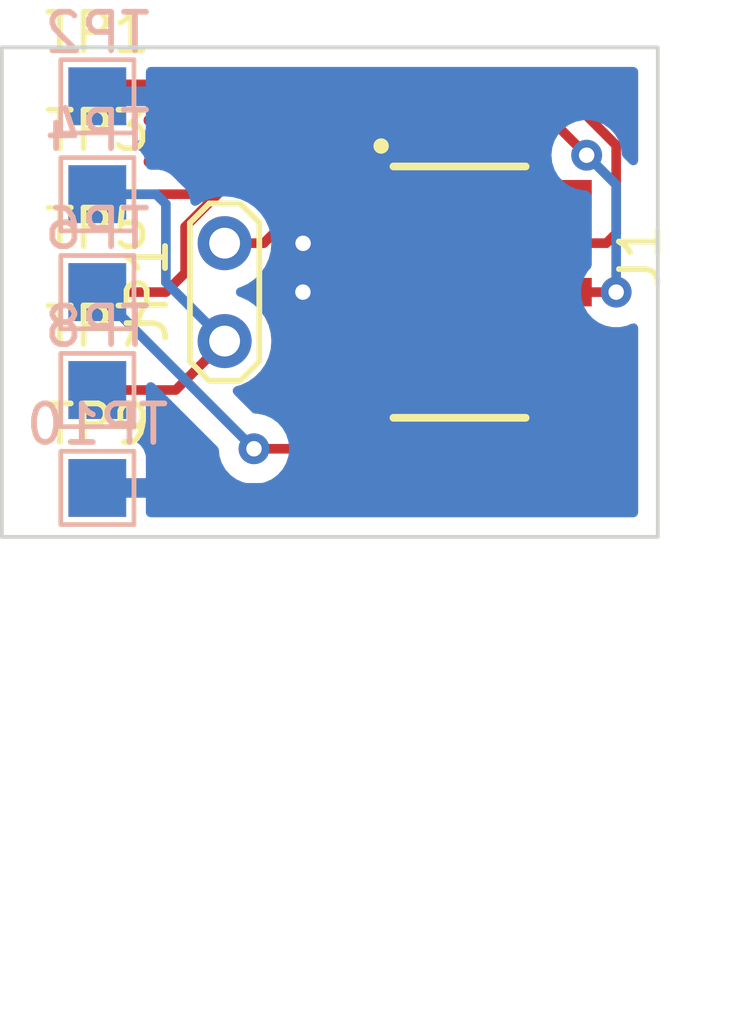
<source format=kicad_pcb>
(kicad_pcb (version 20211014) (generator pcbnew)
  (layers (0 "F.Cu" signal) (31 "B.Cu" signal) (38 "B.Mask" user) (39 "F.Mask" user) (44 "Edge.Cuts" user))
  (net 0 "")
  (net 1 "Net-(J1-Pad01)")
  (net 2 "Net-(TP5-Pad1)")
  (net 3 "Net-(TP1-Pad1)")
  (net 4 "Net-(TP3-Pad1)")
  (net 6 "Net-(TP9-Pad1)")
  (net 8 "Net-(TP6-Pad1)")
  (net 9 "Net-(TP7-Pad1)")
  (net 11 "/GND")
  (footprint "TestPoint:TestPoint_Pad_1.5x1.5mm" (layer "F.Cu") (at 133.096 69.596)
    (fp_text reference "TP9" (at 0 -1.648) (layer "F.SilkS"))
    (fp_text value "TDI")
    (fp_line (start -0.95 -0.95) (end 0.95 -0.95) (layer "F.SilkS") (width 0.12))
    (fp_line (start 0.95 -0.95) (end 0.95 0.95) (layer "F.SilkS") (width 0.12))
    (fp_line (start 0.95 0.95) (end -0.95 0.95) (layer "F.SilkS") (width 0.12))
    (fp_line (start -0.95 0.95) (end -0.95 -0.95) (layer "F.SilkS") (width 0.12))
    (pad "1" smd rect (at 0 0) (size 1.5 1.5) (layers "F.Cu" "F.Mask") (net 6 "Net-(TP9-Pad1)"))
  )
  (footprint "TestPoint:TestPoint_Pad_1.5x1.5mm" (layer "F.Cu") (at 133.096 64.516)
    (fp_text reference "TP5" (at 0 -1.648) (layer "F.SilkS"))
    (fp_text value "TMS")
    (fp_line (start 0.95 0.95) (end -0.95 0.95) (layer "F.SilkS") (width 0.12))
    (fp_line (start -0.95 0.95) (end -0.95 -0.95) (layer "F.SilkS") (width 0.12))
    (fp_line (start 0.95 -0.95) (end 0.95 0.95) (layer "F.SilkS") (width 0.12))
    (fp_line (start -0.95 -0.95) (end 0.95 -0.95) (layer "F.SilkS") (width 0.12))
    (pad "1" smd rect (at 0 0) (size 1.5 1.5) (layers "F.Cu" "F.Mask") (net 2 "Net-(TP5-Pad1)"))
  )
  (footprint "TestPoint:TestPoint_2Pads_Pitch2.54mm_Drill0.8mm" (layer "F.Cu") (at 136.398 65.786 90)
    (fp_text reference "JP1" (at 1.3 -2 90) (layer "F.SilkS"))
    (fp_text value "Jumper_2_Open")
    (fp_line (start -1.03 0.4) (end -1.03 -0.4) (layer "F.SilkS") (width 0.15))
    (fp_line (start 3.57 0.4) (end 3.07 0.9) (layer "F.SilkS") (width 0.15))
    (fp_line (start 3.07 -0.9) (end 3.57 -0.4) (layer "F.SilkS") (width 0.15))
    (fp_line (start -0.53 -0.9) (end 3.07 -0.9) (layer "F.SilkS") (width 0.15))
    (fp_line (start 3.07 0.9) (end -0.53 0.9) (layer "F.SilkS") (width 0.15))
    (fp_line (start 3.57 -0.4) (end 3.57 0.4) (layer "F.SilkS") (width 0.15))
    (fp_line (start -0.53 0.9) (end -1.03 0.4) (layer "F.SilkS") (width 0.15))
    (fp_line (start -1.03 -0.4) (end -0.53 -0.9) (layer "F.SilkS") (width 0.15))
    (pad "1" thru_hole circle (at 0 0 90) (size 1.4 1.4) (drill 0.8) (layers *.Cu *.Mask) (net 9 "Net-(TP7-Pad1)"))
    (pad "2" thru_hole circle (at 2.54 0 90) (size 1.4 1.4) (drill 0.8) (layers *.Cu *.Mask) (net 1 "Net-(J1-Pad01)"))
  )
  (footprint "FTSH-105-XX-X-DV:SAMTEC_FTSH-105-XX-X-DV" (layer "F.Cu") (at 142.494 64.516 -90)
    (fp_text reference "J1" (at -0.931 -4.681 -90) (layer "F.SilkS"))
    (fp_text value "FTSH-105-XX-X-DV")
    (fp_line (start -3.26 -1.715) (end -3.26 1.715) (layer "F.SilkS") (width 0.2))
    (fp_line (start 3.26 1.715) (end 3.26 -1.715) (layer "F.SilkS") (width 0.2))
    (fp_circle (center -3.79 2.035) (end -3.69 2.035) (layer "F.SilkS") (width 0.2) (fill none))
    (pad "01" smd rect (at -2.54 2.035 270) (size 0.74 2.79) (layers "F.Cu" "F.Paste" "F.Mask") (net 1 "Net-(J1-Pad01)"))
    (pad "02" smd rect (at -2.54 -2.035 270) (size 0.74 2.79) (layers "F.Cu" "F.Paste" "F.Mask") (net 2 "Net-(TP5-Pad1)"))
    (pad "03" smd rect (at -1.27 2.035 270) (size 0.74 2.79) (layers "F.Cu" "F.Paste" "F.Mask") (net 11 "/GND"))
    (pad "04" smd rect (at -1.27 -2.035 270) (size 0.74 2.79) (layers "F.Cu" "F.Paste" "F.Mask") (net 3 "Net-(TP1-Pad1)"))
    (pad "05" smd rect (at 0 2.035 270) (size 0.74 2.79) (layers "F.Cu" "F.Paste" "F.Mask") (net 11 "/GND"))
    (pad "06" smd rect (at 0 -2.035 270) (size 0.74 2.79) (layers "F.Cu" "F.Paste" "F.Mask") (net 4 "Net-(TP3-Pad1)"))
    (pad "07" smd rect (at 1.27 2.035 270) (size 0.74 2.79) (layers "F.Cu" "F.Paste" "F.Mask"))
    (pad "08" smd rect (at 1.27 -2.035 270) (size 0.74 2.79) (layers "F.Cu" "F.Paste" "F.Mask") (net 6 "Net-(TP9-Pad1)"))
    (pad "09" smd rect (at 2.54 2.035 270) (size 0.74 2.79) (layers "F.Cu" "F.Paste" "F.Mask"))
    (pad "10" smd rect (at 2.54 -2.035 270) (size 0.74 2.79) (layers "F.Cu" "F.Paste" "F.Mask") (net 8 "Net-(TP6-Pad1)"))
  )
  (footprint "TestPoint:TestPoint_Pad_1.5x1.5mm" (layer "F.Cu") (at 133.096 61.976)
    (fp_text reference "TP3" (at 0 -1.648) (layer "F.SilkS"))
    (fp_text value "TDO")
    (fp_line (start 0.95 -0.95) (end 0.95 0.95) (layer "F.SilkS") (width 0.12))
    (fp_line (start -0.95 0.95) (end -0.95 -0.95) (layer "F.SilkS") (width 0.12))
    (fp_line (start -0.95 -0.95) (end 0.95 -0.95) (layer "F.SilkS") (width 0.12))
    (fp_line (start 0.95 0.95) (end -0.95 0.95) (layer "F.SilkS") (width 0.12))
    (pad "1" smd rect (at 0 0) (size 1.5 1.5) (layers "F.Cu" "F.Mask") (net 4 "Net-(TP3-Pad1)"))
  )
  (footprint "TestPoint:TestPoint_Pad_1.5x1.5mm" (layer "F.Cu") (at 133.096 59.436)
    (fp_text reference "TP1" (at 0 -1.648) (layer "F.SilkS"))
    (fp_text value "TCK")
    (fp_line (start 0.95 -0.95) (end 0.95 0.95) (layer "F.SilkS") (width 0.12))
    (fp_line (start -0.95 -0.95) (end 0.95 -0.95) (layer "F.SilkS") (width 0.12))
    (fp_line (start -0.95 0.95) (end -0.95 -0.95) (layer "F.SilkS") (width 0.12))
    (fp_line (start 0.95 0.95) (end -0.95 0.95) (layer "F.SilkS") (width 0.12))
    (pad "1" smd rect (at 0 0) (size 1.5 1.5) (layers "F.Cu" "F.Mask") (net 3 "Net-(TP1-Pad1)"))
  )
  (footprint "TestPoint:TestPoint_Pad_1.5x1.5mm" (layer "F.Cu") (at 133.096 67.056)
    (fp_text reference "TP7" (at 0 -1.648) (layer "F.SilkS"))
    (fp_text value "VCC")
    (fp_line (start 0.95 0.95) (end -0.95 0.95) (layer "F.SilkS") (width 0.12))
    (fp_line (start -0.95 0.95) (end -0.95 -0.95) (layer "F.SilkS") (width 0.12))
    (fp_line (start 0.95 -0.95) (end 0.95 0.95) (layer "F.SilkS") (width 0.12))
    (fp_line (start -0.95 -0.95) (end 0.95 -0.95) (layer "F.SilkS") (width 0.12))
    (pad "1" smd rect (at 0 0) (size 1.5 1.5) (layers "F.Cu" "F.Mask") (net 9 "Net-(TP7-Pad1)"))
  )
  (footprint "TestPoint:TestPoint_Pad_1.5x1.5mm" (layer "B.Cu") (at 133.096 61.976 180)
    (fp_text reference "TP4" (at 0 1.648) (layer "B.SilkS") (effects (justify mirror)))
    (fp_text value "VCC")
    (fp_line (start 0.95 -0.95) (end -0.95 -0.95) (layer "B.SilkS") (width 0.12))
    (fp_line (start -0.95 0.95) (end 0.95 0.95) (layer "B.SilkS") (width 0.12))
    (fp_line (start 0.95 0.95) (end 0.95 -0.95) (layer "B.SilkS") (width 0.12))
    (fp_line (start -0.95 -0.95) (end -0.95 0.95) (layer "B.SilkS") (width 0.12))
    (pad "1" smd rect (at 0 0 180) (size 1.5 1.5) (layers "B.Cu" "B.Mask") (net 9 "Net-(TP7-Pad1)"))
  )
  (footprint "TestPoint:TestPoint_Pad_1.5x1.5mm" (layer "B.Cu") (at 133.096 64.516 180)
    (fp_text reference "TP6" (at 0 1.648) (layer "B.SilkS") (effects (justify mirror)))
    (fp_text value "RESET")
    (fp_line (start 0.95 -0.95) (end -0.95 -0.95) (layer "B.SilkS") (width 0.12))
    (fp_line (start -0.95 0.95) (end 0.95 0.95) (layer "B.SilkS") (width 0.12))
    (fp_line (start -0.95 -0.95) (end -0.95 0.95) (layer "B.SilkS") (width 0.12))
    (fp_line (start 0.95 0.95) (end 0.95 -0.95) (layer "B.SilkS") (width 0.12))
    (pad "1" smd rect (at 0 0 180) (size 1.5 1.5) (layers "B.Cu" "B.Mask") (net 8 "Net-(TP6-Pad1)"))
  )
  (footprint "TestPoint:TestPoint_Pad_1.5x1.5mm" (layer "B.Cu") (at 133.096 69.596 180)
    (fp_text reference "TP10" (at 0 1.648) (layer "B.SilkS") (effects (justify mirror)))
    (fp_text value "GND")
    (fp_line (start 0.95 0.95) (end 0.95 -0.95) (layer "B.SilkS") (width 0.12))
    (fp_line (start -0.95 0.95) (end 0.95 0.95) (layer "B.SilkS") (width 0.12))
    (fp_line (start 0.95 -0.95) (end -0.95 -0.95) (layer "B.SilkS") (width 0.12))
    (fp_line (start -0.95 -0.95) (end -0.95 0.95) (layer "B.SilkS") (width 0.12))
    (pad "1" smd rect (at 0 0 180) (size 1.5 1.5) (layers "B.Cu" "B.Mask") (net 11 "/GND"))
  )
  (footprint "TestPoint:TestPoint_Pad_1.5x1.5mm" (layer "B.Cu") (at 133.096 59.436 180)
    (fp_text reference "TP2" (at 0 1.648) (layer "B.SilkS") (effects (justify mirror)))
    (fp_text value "GND")
    (fp_line (start 0.95 -0.95) (end -0.95 -0.95) (layer "B.SilkS") (width 0.12))
    (fp_line (start 0.95 0.95) (end 0.95 -0.95) (layer "B.SilkS") (width 0.12))
    (fp_line (start -0.95 -0.95) (end -0.95 0.95) (layer "B.SilkS") (width 0.12))
    (fp_line (start -0.95 0.95) (end 0.95 0.95) (layer "B.SilkS") (width 0.12))
    (pad "1" smd rect (at 0 0 180) (size 1.5 1.5) (layers "B.Cu" "B.Mask") (net 11 "/GND"))
  )
  (footprint "TestPoint:TestPoint_Pad_1.5x1.5mm" (layer "B.Cu") (at 133.096 67.056 180)
    (fp_text reference "TP8" (at 0 1.648) (layer "B.SilkS") (effects (justify mirror)))
    (fp_text value "NC")
    (fp_line (start 0.95 0.95) (end 0.95 -0.95) (layer "B.SilkS") (width 0.12))
    (fp_line (start -0.95 0.95) (end 0.95 0.95) (layer "B.SilkS") (width 0.12))
    (fp_line (start -0.95 -0.95) (end -0.95 0.95) (layer "B.SilkS") (width 0.12))
    (fp_line (start 0.95 -0.95) (end -0.95 -0.95) (layer "B.SilkS") (width 0.12))
    (pad "1" smd rect (at 0 0 180) (size 1.5 1.5) (layers "B.Cu" "B.Mask"))
  )
  (gr_rect (start 130.62 58.166) (end 147.638 70.866) (layer "Edge.Cuts") (width 0.1) (fill none))
  (gr_text "1" (at 134.874 60.452) (layer "F.Cu") (effects (font (size 1.5 1.5) (thickness 0.3))))
  (segment (start 138.684 61.976) (end 140.459 61.976) (width 0.25) (layer "F.Cu") (net 1))
  (segment (start 137.414 63.246) (end 138.684 61.976) (width 0.25) (layer "F.Cu") (net 1))
  (segment (start 136.398 63.246) (end 137.414 63.246) (width 0.25) (layer "F.Cu") (net 1))
  (segment (start 135.373489 64.016511) (end 135.373489 62.821633) (width 0.25) (layer "F.Cu") (net 2))
  (segment (start 144.529 60.963) (end 144.529 61.976) (width 0.25) (layer "F.Cu") (net 2))
  (segment (start 134.874 64.516) (end 135.373489 64.016511) (width 0.25) (layer "F.Cu") (net 2))
  (segment (start 144.018 60.452) (end 144.529 60.963) (width 0.25) (layer "F.Cu") (net 2))
  (segment (start 137.743122 60.452) (end 144.018 60.452) (width 0.25) (layer "F.Cu") (net 2))
  (segment (start 135.373489 62.821633) (end 137.743122 60.452) (width 0.25) (layer "F.Cu") (net 2))
  (segment (start 133.096 64.516) (end 134.874 64.516) (width 0.25) (layer "F.Cu") (net 2))
  (segment (start 146.558 62.992) (end 146.304 63.246) (width 0.25) (layer "F.Cu") (net 3))
  (segment (start 146.558 60.706) (end 146.558 62.992) (width 0.25) (layer "F.Cu") (net 3))
  (segment (start 146.304 63.246) (end 144.529 63.246) (width 0.25) (layer "F.Cu") (net 3))
  (segment (start 144.978719 59.126719) (end 146.558 60.706) (width 0.25) (layer "F.Cu") (net 3))
  (segment (start 133.405281 59.126719) (end 144.978719 59.126719) (width 0.25) (layer "F.Cu") (net 3))
  (segment (start 137.48252 60.00248) (end 135.509 61.976) (width 0.25) (layer "F.Cu") (net 4))
  (segment (start 145.791701 60.964299) (end 144.829882 60.00248) (width 0.25) (layer "F.Cu") (net 4))
  (segment (start 144.829882 60.00248) (end 137.48252 60.00248) (width 0.25) (layer "F.Cu") (net 4))
  (segment (start 135.509 61.976) (end 133.096 61.976) (width 0.25) (layer "F.Cu") (net 4))
  (segment (start 144.529 64.516) (end 146.558 64.516) (width 0.25) (layer "F.Cu") (net 4))
  (via (at 145.791701 60.964299) (size 0.8) (drill 0.4) (layers "F.Cu" "B.Cu") (net 4))
  (via (at 146.558 64.516) (size 0.8) (drill 0.4) (layers "F.Cu" "B.Cu") (net 4))
  (segment (start 146.558 61.730598) (end 146.558 64.516) (width 0.25) (layer "B.Cu") (net 4))
  (segment (start 145.791701 60.964299) (end 146.558 61.730598) (width 0.25) (layer "B.Cu") (net 4))
  (segment (start 144.529 65.786) (end 146.304 65.786) (width 0.25) (layer "F.Cu") (net 6))
  (segment (start 146.558 68.58) (end 145.542 69.596) (width 0.25) (layer "F.Cu") (net 6))
  (segment (start 145.542 69.596) (end 133.096 69.596) (width 0.25) (layer "F.Cu") (net 6))
  (segment (start 146.558 66.04) (end 146.558 68.58) (width 0.25) (layer "F.Cu") (net 6))
  (segment (start 146.304 65.786) (end 146.558 66.04) (width 0.25) (layer "F.Cu") (net 6))
  (segment (start 144.272 68.58) (end 144.529 68.323) (width 0.25) (layer "F.Cu") (net 8))
  (segment (start 144.529 68.323) (end 144.529 67.056) (width 0.25) (layer "F.Cu") (net 8))
  (segment (start 137.16 68.58) (end 144.272 68.58) (width 0.25) (layer "F.Cu") (net 8))
  (via (at 137.16 68.58) (size 0.8) (drill 0.4) (layers "F.Cu" "B.Cu") (net 8))
  (segment (start 137.16 68.58) (end 133.096 64.516) (width 0.25) (layer "B.Cu") (net 8))
  (segment (start 133.096 67.056) (end 135.128 67.056) (width 0.25) (layer "F.Cu") (net 9))
  (segment (start 135.128 67.056) (end 136.398 65.786) (width 0.25) (layer "F.Cu") (net 9))
  (segment (start 134.874 64.262) (end 134.874 62.23) (width 0.25) (layer "B.Cu") (net 9))
  (segment (start 134.62 61.976) (end 133.096 61.976) (width 0.25) (layer "B.Cu") (net 9))
  (segment (start 136.398 65.786) (end 134.874 64.262) (width 0.25) (layer "B.Cu") (net 9))
  (segment (start 134.874 62.23) (end 134.62 61.976) (width 0.25) (layer "B.Cu") (net 9))
  (segment (start 140.459 63.246) (end 138.43 63.246) (width 0.25) (layer "F.Cu") (net 11))
  (segment (start 140.459 64.516) (end 138.43 64.516) (width 0.25) (layer "F.Cu") (net 11))
  (segment (start 138.43 63.246) (end 138.434299 63.250299) (width 0.25) (layer "F.Cu") (net 11))
  (via (at 138.43 64.516) (size 0.8) (drill 0.4) (layers "F.Cu" "B.Cu") (net 11))
  (via (at 138.434299 63.250299) (size 0.8) (drill 0.4) (layers "F.Cu" "B.Cu") (net 11))
  (segment (start 133.096 69.596) (end 141.478 69.596) (width 0.25) (layer "B.Cu") (net 11))
  (zone (net 11) (net_name "/GND") (layer "B.Cu") (connect_pads (clearance 0.508)) (min_thickness 0.254) (fill yes (thermal_gap 0.508) (thermal_bridge_width 0.508))
    (polygon (pts (xy 149.86 71.12) (xy 132.08 71.12) (xy 132.08 57.658) (xy 149.86 57.658)))
  )
)
</source>
